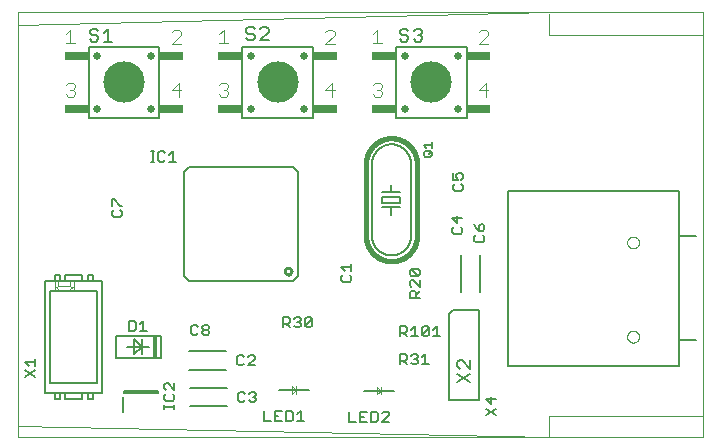
<source format=gto>
G75*
%MOIN*%
%OFA0B0*%
%FSLAX25Y25*%
%IPPOS*%
%LPD*%
%AMOC8*
5,1,8,0,0,1.08239X$1,22.5*
%
%ADD10C,0.00000*%
%ADD11C,0.00400*%
%ADD12C,0.00600*%
%ADD13C,0.00800*%
%ADD14C,0.01000*%
%ADD15C,0.00500*%
%ADD16R,0.01250X0.07500*%
%ADD17C,0.00300*%
%ADD18C,0.01600*%
%ADD19C,0.02520*%
%ADD20C,0.13773*%
%ADD21R,0.07874X0.02756*%
%ADD22C,0.00787*%
D10*
X0001200Y0026800D02*
X0001200Y0168532D01*
X0229546Y0168532D01*
X0229546Y0026800D01*
X0001200Y0026800D01*
X0022263Y0136052D02*
X0022263Y0136839D01*
X0021082Y0153769D02*
X0021082Y0153965D01*
X0072263Y0153769D02*
X0072263Y0153965D01*
X0073444Y0136839D02*
X0073444Y0136052D01*
X0123444Y0153769D02*
X0123444Y0153965D01*
X0124625Y0136839D02*
X0124625Y0136052D01*
X0204349Y0091564D02*
X0204351Y0091652D01*
X0204357Y0091740D01*
X0204367Y0091828D01*
X0204381Y0091916D01*
X0204398Y0092002D01*
X0204420Y0092088D01*
X0204445Y0092172D01*
X0204475Y0092256D01*
X0204507Y0092338D01*
X0204544Y0092418D01*
X0204584Y0092497D01*
X0204628Y0092574D01*
X0204675Y0092649D01*
X0204725Y0092721D01*
X0204779Y0092792D01*
X0204835Y0092859D01*
X0204895Y0092925D01*
X0204957Y0092987D01*
X0205023Y0093047D01*
X0205090Y0093103D01*
X0205161Y0093157D01*
X0205233Y0093207D01*
X0205308Y0093254D01*
X0205385Y0093298D01*
X0205464Y0093338D01*
X0205544Y0093375D01*
X0205626Y0093407D01*
X0205710Y0093437D01*
X0205794Y0093462D01*
X0205880Y0093484D01*
X0205966Y0093501D01*
X0206054Y0093515D01*
X0206142Y0093525D01*
X0206230Y0093531D01*
X0206318Y0093533D01*
X0206406Y0093531D01*
X0206494Y0093525D01*
X0206582Y0093515D01*
X0206670Y0093501D01*
X0206756Y0093484D01*
X0206842Y0093462D01*
X0206926Y0093437D01*
X0207010Y0093407D01*
X0207092Y0093375D01*
X0207172Y0093338D01*
X0207251Y0093298D01*
X0207328Y0093254D01*
X0207403Y0093207D01*
X0207475Y0093157D01*
X0207546Y0093103D01*
X0207613Y0093047D01*
X0207679Y0092987D01*
X0207741Y0092925D01*
X0207801Y0092859D01*
X0207857Y0092792D01*
X0207911Y0092721D01*
X0207961Y0092649D01*
X0208008Y0092574D01*
X0208052Y0092497D01*
X0208092Y0092418D01*
X0208129Y0092338D01*
X0208161Y0092256D01*
X0208191Y0092172D01*
X0208216Y0092088D01*
X0208238Y0092002D01*
X0208255Y0091916D01*
X0208269Y0091828D01*
X0208279Y0091740D01*
X0208285Y0091652D01*
X0208287Y0091564D01*
X0208285Y0091476D01*
X0208279Y0091388D01*
X0208269Y0091300D01*
X0208255Y0091212D01*
X0208238Y0091126D01*
X0208216Y0091040D01*
X0208191Y0090956D01*
X0208161Y0090872D01*
X0208129Y0090790D01*
X0208092Y0090710D01*
X0208052Y0090631D01*
X0208008Y0090554D01*
X0207961Y0090479D01*
X0207911Y0090407D01*
X0207857Y0090336D01*
X0207801Y0090269D01*
X0207741Y0090203D01*
X0207679Y0090141D01*
X0207613Y0090081D01*
X0207546Y0090025D01*
X0207475Y0089971D01*
X0207403Y0089921D01*
X0207328Y0089874D01*
X0207251Y0089830D01*
X0207172Y0089790D01*
X0207092Y0089753D01*
X0207010Y0089721D01*
X0206926Y0089691D01*
X0206842Y0089666D01*
X0206756Y0089644D01*
X0206670Y0089627D01*
X0206582Y0089613D01*
X0206494Y0089603D01*
X0206406Y0089597D01*
X0206318Y0089595D01*
X0206230Y0089597D01*
X0206142Y0089603D01*
X0206054Y0089613D01*
X0205966Y0089627D01*
X0205880Y0089644D01*
X0205794Y0089666D01*
X0205710Y0089691D01*
X0205626Y0089721D01*
X0205544Y0089753D01*
X0205464Y0089790D01*
X0205385Y0089830D01*
X0205308Y0089874D01*
X0205233Y0089921D01*
X0205161Y0089971D01*
X0205090Y0090025D01*
X0205023Y0090081D01*
X0204957Y0090141D01*
X0204895Y0090203D01*
X0204835Y0090269D01*
X0204779Y0090336D01*
X0204725Y0090407D01*
X0204675Y0090479D01*
X0204628Y0090554D01*
X0204584Y0090631D01*
X0204544Y0090710D01*
X0204507Y0090790D01*
X0204475Y0090872D01*
X0204445Y0090956D01*
X0204420Y0091040D01*
X0204398Y0091126D01*
X0204381Y0091212D01*
X0204367Y0091300D01*
X0204357Y0091388D01*
X0204351Y0091476D01*
X0204349Y0091564D01*
X0204349Y0060147D02*
X0204351Y0060235D01*
X0204357Y0060323D01*
X0204367Y0060411D01*
X0204381Y0060499D01*
X0204398Y0060585D01*
X0204420Y0060671D01*
X0204445Y0060755D01*
X0204475Y0060839D01*
X0204507Y0060921D01*
X0204544Y0061001D01*
X0204584Y0061080D01*
X0204628Y0061157D01*
X0204675Y0061232D01*
X0204725Y0061304D01*
X0204779Y0061375D01*
X0204835Y0061442D01*
X0204895Y0061508D01*
X0204957Y0061570D01*
X0205023Y0061630D01*
X0205090Y0061686D01*
X0205161Y0061740D01*
X0205233Y0061790D01*
X0205308Y0061837D01*
X0205385Y0061881D01*
X0205464Y0061921D01*
X0205544Y0061958D01*
X0205626Y0061990D01*
X0205710Y0062020D01*
X0205794Y0062045D01*
X0205880Y0062067D01*
X0205966Y0062084D01*
X0206054Y0062098D01*
X0206142Y0062108D01*
X0206230Y0062114D01*
X0206318Y0062116D01*
X0206406Y0062114D01*
X0206494Y0062108D01*
X0206582Y0062098D01*
X0206670Y0062084D01*
X0206756Y0062067D01*
X0206842Y0062045D01*
X0206926Y0062020D01*
X0207010Y0061990D01*
X0207092Y0061958D01*
X0207172Y0061921D01*
X0207251Y0061881D01*
X0207328Y0061837D01*
X0207403Y0061790D01*
X0207475Y0061740D01*
X0207546Y0061686D01*
X0207613Y0061630D01*
X0207679Y0061570D01*
X0207741Y0061508D01*
X0207801Y0061442D01*
X0207857Y0061375D01*
X0207911Y0061304D01*
X0207961Y0061232D01*
X0208008Y0061157D01*
X0208052Y0061080D01*
X0208092Y0061001D01*
X0208129Y0060921D01*
X0208161Y0060839D01*
X0208191Y0060755D01*
X0208216Y0060671D01*
X0208238Y0060585D01*
X0208255Y0060499D01*
X0208269Y0060411D01*
X0208279Y0060323D01*
X0208285Y0060235D01*
X0208287Y0060147D01*
X0208285Y0060059D01*
X0208279Y0059971D01*
X0208269Y0059883D01*
X0208255Y0059795D01*
X0208238Y0059709D01*
X0208216Y0059623D01*
X0208191Y0059539D01*
X0208161Y0059455D01*
X0208129Y0059373D01*
X0208092Y0059293D01*
X0208052Y0059214D01*
X0208008Y0059137D01*
X0207961Y0059062D01*
X0207911Y0058990D01*
X0207857Y0058919D01*
X0207801Y0058852D01*
X0207741Y0058786D01*
X0207679Y0058724D01*
X0207613Y0058664D01*
X0207546Y0058608D01*
X0207475Y0058554D01*
X0207403Y0058504D01*
X0207328Y0058457D01*
X0207251Y0058413D01*
X0207172Y0058373D01*
X0207092Y0058336D01*
X0207010Y0058304D01*
X0206926Y0058274D01*
X0206842Y0058249D01*
X0206756Y0058227D01*
X0206670Y0058210D01*
X0206582Y0058196D01*
X0206494Y0058186D01*
X0206406Y0058180D01*
X0206318Y0058178D01*
X0206230Y0058180D01*
X0206142Y0058186D01*
X0206054Y0058196D01*
X0205966Y0058210D01*
X0205880Y0058227D01*
X0205794Y0058249D01*
X0205710Y0058274D01*
X0205626Y0058304D01*
X0205544Y0058336D01*
X0205464Y0058373D01*
X0205385Y0058413D01*
X0205308Y0058457D01*
X0205233Y0058504D01*
X0205161Y0058554D01*
X0205090Y0058608D01*
X0205023Y0058664D01*
X0204957Y0058724D01*
X0204895Y0058786D01*
X0204835Y0058852D01*
X0204779Y0058919D01*
X0204725Y0058990D01*
X0204675Y0059062D01*
X0204628Y0059137D01*
X0204584Y0059214D01*
X0204544Y0059293D01*
X0204507Y0059373D01*
X0204475Y0059455D01*
X0204445Y0059539D01*
X0204420Y0059623D01*
X0204398Y0059709D01*
X0204381Y0059795D01*
X0204367Y0059883D01*
X0204357Y0059971D01*
X0204351Y0060059D01*
X0204349Y0060147D01*
D11*
X0229546Y0033690D02*
X0178365Y0033690D01*
X0178365Y0026800D01*
X0001200Y0030343D01*
X0001200Y0030300D02*
X0001200Y0164300D01*
X0001200Y0164202D02*
X0178365Y0168532D01*
X0178365Y0167745D02*
X0178365Y0160855D01*
X0229546Y0160855D01*
X0229546Y0160658D02*
X0229546Y0033690D01*
X0157245Y0140189D02*
X0157245Y0144793D01*
X0154943Y0142491D01*
X0158013Y0142491D01*
X0158013Y0157709D02*
X0154943Y0157709D01*
X0158013Y0160778D01*
X0158013Y0161545D01*
X0157245Y0162313D01*
X0155711Y0162313D01*
X0154943Y0161545D01*
X0122580Y0157906D02*
X0119510Y0157906D01*
X0121045Y0157906D02*
X0121045Y0162510D01*
X0119510Y0160975D01*
X0106831Y0160778D02*
X0106831Y0161545D01*
X0106064Y0162313D01*
X0104530Y0162313D01*
X0103762Y0161545D01*
X0106831Y0160778D02*
X0103762Y0157709D01*
X0106831Y0157709D01*
X0106064Y0144793D02*
X0103762Y0142491D01*
X0106831Y0142491D01*
X0106064Y0140189D02*
X0106064Y0144793D01*
X0119510Y0144026D02*
X0120278Y0144793D01*
X0121812Y0144793D01*
X0122580Y0144026D01*
X0122580Y0143258D01*
X0121812Y0142491D01*
X0122580Y0141724D01*
X0122580Y0140956D01*
X0121812Y0140189D01*
X0120278Y0140189D01*
X0119510Y0140956D01*
X0121045Y0142491D02*
X0121812Y0142491D01*
X0071398Y0141724D02*
X0071398Y0140956D01*
X0070631Y0140189D01*
X0069096Y0140189D01*
X0068329Y0140956D01*
X0069864Y0142491D02*
X0070631Y0142491D01*
X0071398Y0141724D01*
X0070631Y0142491D02*
X0071398Y0143258D01*
X0071398Y0144026D01*
X0070631Y0144793D01*
X0069096Y0144793D01*
X0068329Y0144026D01*
X0055650Y0142491D02*
X0052581Y0142491D01*
X0054883Y0144793D01*
X0054883Y0140189D01*
X0055650Y0157709D02*
X0052581Y0157709D01*
X0055650Y0160778D01*
X0055650Y0161545D01*
X0054883Y0162313D01*
X0053348Y0162313D01*
X0052581Y0161545D01*
X0068329Y0160975D02*
X0069864Y0162510D01*
X0069864Y0157906D01*
X0071398Y0157906D02*
X0068329Y0157906D01*
X0020217Y0157906D02*
X0017148Y0157906D01*
X0018683Y0157906D02*
X0018683Y0162510D01*
X0017148Y0160975D01*
X0017915Y0144793D02*
X0019450Y0144793D01*
X0020217Y0144026D01*
X0020217Y0143258D01*
X0019450Y0142491D01*
X0020217Y0141724D01*
X0020217Y0140956D01*
X0019450Y0140189D01*
X0017915Y0140189D01*
X0017148Y0140956D01*
X0018683Y0142491D02*
X0019450Y0142491D01*
X0017148Y0144026D02*
X0017915Y0144793D01*
X0018669Y0078288D02*
X0018669Y0077107D01*
X0019062Y0076713D01*
X0018669Y0077107D02*
X0014731Y0077107D01*
X0014731Y0078288D01*
X0013550Y0078288D02*
X0013550Y0077107D01*
X0014731Y0075926D01*
X0014338Y0076713D02*
X0014731Y0077107D01*
X0013550Y0077107D02*
X0013550Y0075926D01*
X0018669Y0075926D02*
X0019850Y0077107D01*
X0019850Y0075926D01*
X0019850Y0077107D02*
X0019850Y0078288D01*
D12*
X0038275Y0065440D02*
X0039977Y0065440D01*
X0040544Y0064873D01*
X0040544Y0062604D01*
X0039977Y0062037D01*
X0038275Y0062037D01*
X0038275Y0065440D01*
X0041959Y0064306D02*
X0043093Y0065440D01*
X0043093Y0062037D01*
X0041959Y0062037D02*
X0044227Y0062037D01*
X0059071Y0061222D02*
X0059638Y0060655D01*
X0060772Y0060655D01*
X0061339Y0061222D01*
X0062754Y0061222D02*
X0062754Y0061790D01*
X0063321Y0062357D01*
X0064455Y0062357D01*
X0065022Y0061790D01*
X0065022Y0061222D01*
X0064455Y0060655D01*
X0063321Y0060655D01*
X0062754Y0061222D01*
X0063321Y0062357D02*
X0062754Y0062924D01*
X0062754Y0063491D01*
X0063321Y0064058D01*
X0064455Y0064058D01*
X0065022Y0063491D01*
X0065022Y0062924D01*
X0064455Y0062357D01*
X0061339Y0063491D02*
X0060772Y0064058D01*
X0059638Y0064058D01*
X0059071Y0063491D01*
X0059071Y0061222D01*
X0074394Y0053436D02*
X0074394Y0051167D01*
X0074961Y0050600D01*
X0076095Y0050600D01*
X0076662Y0051167D01*
X0078077Y0050600D02*
X0080345Y0052869D01*
X0080345Y0053436D01*
X0079778Y0054003D01*
X0078644Y0054003D01*
X0078077Y0053436D01*
X0076662Y0053436D02*
X0076095Y0054003D01*
X0074961Y0054003D01*
X0074394Y0053436D01*
X0078077Y0050600D02*
X0080345Y0050600D01*
X0080089Y0041755D02*
X0080656Y0041188D01*
X0080656Y0040621D01*
X0080089Y0040054D01*
X0080656Y0039486D01*
X0080656Y0038919D01*
X0080089Y0038352D01*
X0078955Y0038352D01*
X0078388Y0038919D01*
X0076973Y0038919D02*
X0076406Y0038352D01*
X0075272Y0038352D01*
X0074705Y0038919D01*
X0074705Y0041188D01*
X0075272Y0041755D01*
X0076406Y0041755D01*
X0076973Y0041188D01*
X0078388Y0041188D02*
X0078955Y0041755D01*
X0080089Y0041755D01*
X0080089Y0040054D02*
X0079522Y0040054D01*
X0083263Y0035363D02*
X0083263Y0031960D01*
X0085532Y0031960D01*
X0086947Y0031960D02*
X0089215Y0031960D01*
X0090630Y0031960D02*
X0092331Y0031960D01*
X0092898Y0032527D01*
X0092898Y0034796D01*
X0092331Y0035363D01*
X0090630Y0035363D01*
X0090630Y0031960D01*
X0088081Y0033662D02*
X0086947Y0033662D01*
X0086947Y0035363D02*
X0086947Y0031960D01*
X0086947Y0035363D02*
X0089215Y0035363D01*
X0094313Y0034229D02*
X0095447Y0035363D01*
X0095447Y0031960D01*
X0094313Y0031960D02*
X0096582Y0031960D01*
X0111708Y0031740D02*
X0113977Y0031740D01*
X0115391Y0031740D02*
X0117660Y0031740D01*
X0119075Y0031740D02*
X0120776Y0031740D01*
X0121343Y0032307D01*
X0121343Y0034576D01*
X0120776Y0035143D01*
X0119075Y0035143D01*
X0119075Y0031740D01*
X0116526Y0033441D02*
X0115391Y0033441D01*
X0115391Y0031740D02*
X0115391Y0035143D01*
X0117660Y0035143D01*
X0122758Y0034576D02*
X0123325Y0035143D01*
X0124459Y0035143D01*
X0125026Y0034576D01*
X0125026Y0034008D01*
X0122758Y0031740D01*
X0125026Y0031740D01*
X0111708Y0031740D02*
X0111708Y0035143D01*
X0128600Y0050970D02*
X0128600Y0054373D01*
X0130302Y0054373D01*
X0130869Y0053806D01*
X0130869Y0052672D01*
X0130302Y0052104D01*
X0128600Y0052104D01*
X0129734Y0052104D02*
X0130869Y0050970D01*
X0132283Y0051537D02*
X0132850Y0050970D01*
X0133985Y0050970D01*
X0134552Y0051537D01*
X0134552Y0052104D01*
X0133985Y0052672D01*
X0133418Y0052672D01*
X0133985Y0052672D02*
X0134552Y0053239D01*
X0134552Y0053806D01*
X0133985Y0054373D01*
X0132850Y0054373D01*
X0132283Y0053806D01*
X0135966Y0053239D02*
X0137101Y0054373D01*
X0137101Y0050970D01*
X0138235Y0050970D02*
X0135966Y0050970D01*
X0136571Y0060230D02*
X0136004Y0060797D01*
X0138273Y0063066D01*
X0138273Y0060797D01*
X0137706Y0060230D01*
X0136571Y0060230D01*
X0136004Y0060797D02*
X0136004Y0063066D01*
X0136571Y0063633D01*
X0137706Y0063633D01*
X0138273Y0063066D01*
X0139687Y0062499D02*
X0140822Y0063633D01*
X0140822Y0060230D01*
X0141956Y0060230D02*
X0139687Y0060230D01*
X0134590Y0060230D02*
X0132321Y0060230D01*
X0133455Y0060230D02*
X0133455Y0063633D01*
X0132321Y0062499D01*
X0130906Y0063066D02*
X0130906Y0061931D01*
X0130339Y0061364D01*
X0128638Y0061364D01*
X0128638Y0060230D02*
X0128638Y0063633D01*
X0130339Y0063633D01*
X0130906Y0063066D01*
X0129772Y0061364D02*
X0130906Y0060230D01*
X0131808Y0073029D02*
X0131808Y0074731D01*
X0132375Y0075298D01*
X0133510Y0075298D01*
X0134077Y0074731D01*
X0134077Y0073029D01*
X0135211Y0073029D02*
X0131808Y0073029D01*
X0134077Y0074164D02*
X0135211Y0075298D01*
X0135211Y0076712D02*
X0132942Y0078981D01*
X0132375Y0078981D01*
X0131808Y0078414D01*
X0131808Y0077280D01*
X0132375Y0076712D01*
X0135211Y0076712D02*
X0135211Y0078981D01*
X0134644Y0080396D02*
X0132375Y0080396D01*
X0131808Y0080963D01*
X0131808Y0082097D01*
X0132375Y0082664D01*
X0134644Y0080396D01*
X0135211Y0080963D01*
X0135211Y0082097D01*
X0134644Y0082664D01*
X0132375Y0082664D01*
X0132267Y0093800D02*
X0132267Y0117800D01*
X0132265Y0117960D01*
X0132259Y0118119D01*
X0132249Y0118278D01*
X0132236Y0118437D01*
X0132218Y0118596D01*
X0132197Y0118754D01*
X0132171Y0118911D01*
X0132142Y0119068D01*
X0132109Y0119224D01*
X0132072Y0119379D01*
X0132032Y0119534D01*
X0131987Y0119687D01*
X0131939Y0119839D01*
X0131887Y0119990D01*
X0131831Y0120139D01*
X0131772Y0120287D01*
X0131709Y0120434D01*
X0131643Y0120579D01*
X0131573Y0120722D01*
X0131499Y0120864D01*
X0131423Y0121004D01*
X0131342Y0121142D01*
X0131259Y0121277D01*
X0131172Y0121411D01*
X0131081Y0121543D01*
X0130988Y0121672D01*
X0130891Y0121799D01*
X0130792Y0121924D01*
X0130689Y0122046D01*
X0130583Y0122165D01*
X0130475Y0122282D01*
X0130363Y0122396D01*
X0130249Y0122508D01*
X0130132Y0122616D01*
X0130013Y0122722D01*
X0129891Y0122825D01*
X0129766Y0122924D01*
X0129639Y0123021D01*
X0129510Y0123114D01*
X0129378Y0123205D01*
X0129244Y0123292D01*
X0129109Y0123375D01*
X0128971Y0123456D01*
X0128831Y0123532D01*
X0128689Y0123606D01*
X0128546Y0123676D01*
X0128401Y0123742D01*
X0128254Y0123805D01*
X0128106Y0123864D01*
X0127957Y0123920D01*
X0127806Y0123972D01*
X0127654Y0124020D01*
X0127501Y0124065D01*
X0127346Y0124105D01*
X0127191Y0124142D01*
X0127035Y0124175D01*
X0126878Y0124204D01*
X0126721Y0124230D01*
X0126563Y0124251D01*
X0126404Y0124269D01*
X0126245Y0124282D01*
X0126086Y0124292D01*
X0125927Y0124298D01*
X0125767Y0124300D01*
X0125607Y0124298D01*
X0125448Y0124292D01*
X0125289Y0124282D01*
X0125130Y0124269D01*
X0124971Y0124251D01*
X0124813Y0124230D01*
X0124656Y0124204D01*
X0124499Y0124175D01*
X0124343Y0124142D01*
X0124188Y0124105D01*
X0124033Y0124065D01*
X0123880Y0124020D01*
X0123728Y0123972D01*
X0123577Y0123920D01*
X0123428Y0123864D01*
X0123280Y0123805D01*
X0123133Y0123742D01*
X0122988Y0123676D01*
X0122845Y0123606D01*
X0122703Y0123532D01*
X0122563Y0123456D01*
X0122425Y0123375D01*
X0122290Y0123292D01*
X0122156Y0123205D01*
X0122024Y0123114D01*
X0121895Y0123021D01*
X0121768Y0122924D01*
X0121643Y0122825D01*
X0121521Y0122722D01*
X0121402Y0122616D01*
X0121285Y0122508D01*
X0121171Y0122396D01*
X0121059Y0122282D01*
X0120951Y0122165D01*
X0120845Y0122046D01*
X0120742Y0121924D01*
X0120643Y0121799D01*
X0120546Y0121672D01*
X0120453Y0121543D01*
X0120362Y0121411D01*
X0120275Y0121277D01*
X0120192Y0121142D01*
X0120111Y0121004D01*
X0120035Y0120864D01*
X0119961Y0120722D01*
X0119891Y0120579D01*
X0119825Y0120434D01*
X0119762Y0120287D01*
X0119703Y0120139D01*
X0119647Y0119990D01*
X0119595Y0119839D01*
X0119547Y0119687D01*
X0119502Y0119534D01*
X0119462Y0119379D01*
X0119425Y0119224D01*
X0119392Y0119068D01*
X0119363Y0118911D01*
X0119337Y0118754D01*
X0119316Y0118596D01*
X0119298Y0118437D01*
X0119285Y0118278D01*
X0119275Y0118119D01*
X0119269Y0117960D01*
X0119267Y0117800D01*
X0119267Y0093800D01*
X0119269Y0093640D01*
X0119275Y0093481D01*
X0119285Y0093322D01*
X0119298Y0093163D01*
X0119316Y0093004D01*
X0119337Y0092846D01*
X0119363Y0092689D01*
X0119392Y0092532D01*
X0119425Y0092376D01*
X0119462Y0092221D01*
X0119502Y0092066D01*
X0119547Y0091913D01*
X0119595Y0091761D01*
X0119647Y0091610D01*
X0119703Y0091461D01*
X0119762Y0091313D01*
X0119825Y0091166D01*
X0119891Y0091021D01*
X0119961Y0090878D01*
X0120035Y0090736D01*
X0120111Y0090596D01*
X0120192Y0090458D01*
X0120275Y0090323D01*
X0120362Y0090189D01*
X0120453Y0090057D01*
X0120546Y0089928D01*
X0120643Y0089801D01*
X0120742Y0089676D01*
X0120845Y0089554D01*
X0120951Y0089435D01*
X0121059Y0089318D01*
X0121171Y0089204D01*
X0121285Y0089092D01*
X0121402Y0088984D01*
X0121521Y0088878D01*
X0121643Y0088775D01*
X0121768Y0088676D01*
X0121895Y0088579D01*
X0122024Y0088486D01*
X0122156Y0088395D01*
X0122290Y0088308D01*
X0122425Y0088225D01*
X0122563Y0088144D01*
X0122703Y0088068D01*
X0122845Y0087994D01*
X0122988Y0087924D01*
X0123133Y0087858D01*
X0123280Y0087795D01*
X0123428Y0087736D01*
X0123577Y0087680D01*
X0123728Y0087628D01*
X0123880Y0087580D01*
X0124033Y0087535D01*
X0124188Y0087495D01*
X0124343Y0087458D01*
X0124499Y0087425D01*
X0124656Y0087396D01*
X0124813Y0087370D01*
X0124971Y0087349D01*
X0125130Y0087331D01*
X0125289Y0087318D01*
X0125448Y0087308D01*
X0125607Y0087302D01*
X0125767Y0087300D01*
X0125927Y0087302D01*
X0126086Y0087308D01*
X0126245Y0087318D01*
X0126404Y0087331D01*
X0126563Y0087349D01*
X0126721Y0087370D01*
X0126878Y0087396D01*
X0127035Y0087425D01*
X0127191Y0087458D01*
X0127346Y0087495D01*
X0127501Y0087535D01*
X0127654Y0087580D01*
X0127806Y0087628D01*
X0127957Y0087680D01*
X0128106Y0087736D01*
X0128254Y0087795D01*
X0128401Y0087858D01*
X0128546Y0087924D01*
X0128689Y0087994D01*
X0128831Y0088068D01*
X0128971Y0088144D01*
X0129109Y0088225D01*
X0129244Y0088308D01*
X0129378Y0088395D01*
X0129510Y0088486D01*
X0129639Y0088579D01*
X0129766Y0088676D01*
X0129891Y0088775D01*
X0130013Y0088878D01*
X0130132Y0088984D01*
X0130249Y0089092D01*
X0130363Y0089204D01*
X0130475Y0089318D01*
X0130583Y0089435D01*
X0130689Y0089554D01*
X0130792Y0089676D01*
X0130891Y0089801D01*
X0130988Y0089928D01*
X0131081Y0090057D01*
X0131172Y0090189D01*
X0131259Y0090323D01*
X0131342Y0090458D01*
X0131423Y0090596D01*
X0131499Y0090736D01*
X0131573Y0090878D01*
X0131643Y0091021D01*
X0131709Y0091166D01*
X0131772Y0091313D01*
X0131831Y0091461D01*
X0131887Y0091610D01*
X0131939Y0091761D01*
X0131987Y0091913D01*
X0132032Y0092066D01*
X0132072Y0092221D01*
X0132109Y0092376D01*
X0132142Y0092532D01*
X0132171Y0092689D01*
X0132197Y0092846D01*
X0132218Y0093004D01*
X0132236Y0093163D01*
X0132249Y0093322D01*
X0132259Y0093481D01*
X0132265Y0093640D01*
X0132267Y0093800D01*
X0125767Y0100800D02*
X0125767Y0103300D01*
X0122767Y0103300D01*
X0122767Y0104800D02*
X0122767Y0106800D01*
X0128767Y0106800D01*
X0128767Y0104800D01*
X0122767Y0104800D01*
X0125767Y0103300D02*
X0128767Y0103300D01*
X0128767Y0108300D02*
X0125767Y0108300D01*
X0125767Y0110800D01*
X0125767Y0108300D02*
X0122767Y0108300D01*
X0146222Y0109293D02*
X0146789Y0108726D01*
X0149057Y0108726D01*
X0149624Y0109293D01*
X0149624Y0110427D01*
X0149057Y0110995D01*
X0149057Y0112409D02*
X0149624Y0112976D01*
X0149624Y0114111D01*
X0149057Y0114678D01*
X0147923Y0114678D01*
X0147356Y0114111D01*
X0147356Y0113543D01*
X0147923Y0112409D01*
X0146222Y0112409D01*
X0146222Y0114678D01*
X0146789Y0110995D02*
X0146222Y0110427D01*
X0146222Y0109293D01*
X0147679Y0100426D02*
X0147679Y0098157D01*
X0145977Y0099859D01*
X0149380Y0099859D01*
X0153292Y0097595D02*
X0153860Y0096461D01*
X0154994Y0095326D01*
X0154994Y0097028D01*
X0155561Y0097595D01*
X0156128Y0097595D01*
X0156695Y0097028D01*
X0156695Y0095894D01*
X0156128Y0095326D01*
X0154994Y0095326D01*
X0156128Y0093912D02*
X0156695Y0093345D01*
X0156695Y0092210D01*
X0156128Y0091643D01*
X0153860Y0091643D01*
X0153292Y0092210D01*
X0153292Y0093345D01*
X0153860Y0093912D01*
X0149380Y0095041D02*
X0149380Y0096176D01*
X0148813Y0096743D01*
X0149380Y0095041D02*
X0148813Y0094474D01*
X0146545Y0094474D01*
X0145977Y0095041D01*
X0145977Y0096176D01*
X0146545Y0096743D01*
X0112404Y0084371D02*
X0112404Y0082102D01*
X0112404Y0083236D02*
X0109001Y0083236D01*
X0110135Y0082102D01*
X0109568Y0080687D02*
X0109001Y0080120D01*
X0109001Y0078986D01*
X0109568Y0078419D01*
X0111837Y0078419D01*
X0112404Y0078986D01*
X0112404Y0080120D01*
X0111837Y0080687D01*
X0098680Y0066684D02*
X0097545Y0066684D01*
X0096978Y0066117D01*
X0096978Y0063848D01*
X0099247Y0066117D01*
X0099247Y0063848D01*
X0098680Y0063281D01*
X0097545Y0063281D01*
X0096978Y0063848D01*
X0095564Y0063848D02*
X0094997Y0063281D01*
X0093862Y0063281D01*
X0093295Y0063848D01*
X0091881Y0063281D02*
X0090746Y0064416D01*
X0091313Y0064416D02*
X0089612Y0064416D01*
X0089612Y0063281D02*
X0089612Y0066684D01*
X0091313Y0066684D01*
X0091881Y0066117D01*
X0091881Y0064983D01*
X0091313Y0064416D01*
X0093295Y0066117D02*
X0093862Y0066684D01*
X0094997Y0066684D01*
X0095564Y0066117D01*
X0095564Y0065550D01*
X0094997Y0064983D01*
X0095564Y0064416D01*
X0095564Y0063848D01*
X0094997Y0064983D02*
X0094429Y0064983D01*
X0098680Y0066684D02*
X0099247Y0066117D01*
X0053400Y0044596D02*
X0053400Y0042328D01*
X0051131Y0044596D01*
X0050564Y0044596D01*
X0049997Y0044029D01*
X0049997Y0042895D01*
X0050564Y0042328D01*
X0050564Y0040913D02*
X0049997Y0040346D01*
X0049997Y0039212D01*
X0050564Y0038645D01*
X0052833Y0038645D01*
X0053400Y0039212D01*
X0053400Y0040346D01*
X0052833Y0040913D01*
X0053400Y0037324D02*
X0053400Y0036189D01*
X0053400Y0036756D02*
X0049997Y0036756D01*
X0049997Y0036189D02*
X0049997Y0037324D01*
X0007050Y0046860D02*
X0003647Y0049129D01*
X0004781Y0050543D02*
X0003647Y0051677D01*
X0007050Y0051677D01*
X0007050Y0050543D02*
X0007050Y0052812D01*
X0007050Y0049129D02*
X0003647Y0046860D01*
X0033119Y0100163D02*
X0035388Y0100163D01*
X0035955Y0100730D01*
X0035955Y0101865D01*
X0035388Y0102432D01*
X0035388Y0103846D02*
X0035955Y0103846D01*
X0035388Y0103846D02*
X0033119Y0106115D01*
X0032552Y0106115D01*
X0032552Y0103846D01*
X0033119Y0102432D02*
X0032552Y0101865D01*
X0032552Y0100730D01*
X0033119Y0100163D01*
X0045568Y0118537D02*
X0046702Y0118537D01*
X0046135Y0118537D02*
X0046135Y0121940D01*
X0045568Y0121940D02*
X0046702Y0121940D01*
X0048023Y0121373D02*
X0048023Y0119104D01*
X0048591Y0118537D01*
X0049725Y0118537D01*
X0050292Y0119104D01*
X0051707Y0118537D02*
X0053975Y0118537D01*
X0052841Y0118537D02*
X0052841Y0121940D01*
X0051707Y0120806D01*
X0050292Y0121373D02*
X0049725Y0121940D01*
X0048591Y0121940D01*
X0048023Y0121373D01*
X0157245Y0039311D02*
X0158947Y0037610D01*
X0158947Y0039878D01*
X0160648Y0039311D02*
X0157245Y0039311D01*
X0157245Y0036195D02*
X0160648Y0033927D01*
X0160648Y0036195D02*
X0157245Y0033927D01*
D13*
X0151981Y0044917D02*
X0147778Y0047719D01*
X0148478Y0049521D02*
X0147778Y0050221D01*
X0147778Y0051622D01*
X0148478Y0052323D01*
X0149179Y0052323D01*
X0151981Y0049521D01*
X0151981Y0052323D01*
X0151981Y0047719D02*
X0147778Y0044917D01*
X0148854Y0075166D02*
X0148854Y0087253D01*
X0155137Y0087253D02*
X0155137Y0075166D01*
X0094487Y0080414D02*
X0092913Y0078839D01*
X0058267Y0078839D01*
X0056692Y0080414D01*
X0056692Y0115060D01*
X0058267Y0116635D01*
X0092913Y0116635D01*
X0094487Y0115060D01*
X0094487Y0080414D01*
X0070503Y0055442D02*
X0058417Y0055442D01*
X0058417Y0049158D02*
X0070503Y0049158D01*
X0070814Y0043194D02*
X0058728Y0043194D01*
X0058728Y0036910D02*
X0070814Y0036910D01*
X0029298Y0041438D02*
X0029298Y0078682D01*
X0010401Y0078682D01*
X0010401Y0041438D01*
X0029298Y0041438D01*
X0026149Y0041044D02*
X0026149Y0039469D01*
X0024574Y0039469D01*
X0024574Y0041044D01*
X0022606Y0041044D02*
X0022606Y0039469D01*
X0017094Y0039469D01*
X0017094Y0041044D01*
X0015125Y0041044D02*
X0015125Y0039469D01*
X0013550Y0039469D01*
X0013550Y0041044D01*
X0011976Y0044587D02*
X0011976Y0075532D01*
X0027724Y0075532D01*
X0027724Y0044587D01*
X0011976Y0044587D01*
X0013550Y0079076D02*
X0013550Y0080650D01*
X0015125Y0080650D01*
X0015125Y0079076D01*
X0017094Y0079076D02*
X0017094Y0080650D01*
X0022606Y0080650D01*
X0022606Y0079076D01*
X0024574Y0079076D02*
X0024574Y0080650D01*
X0026149Y0080650D01*
X0026149Y0079076D01*
X0025923Y0158543D02*
X0025222Y0159243D01*
X0025923Y0158543D02*
X0027324Y0158543D01*
X0028024Y0159243D01*
X0028024Y0159944D01*
X0027324Y0160644D01*
X0025923Y0160644D01*
X0025222Y0161345D01*
X0025222Y0162046D01*
X0025923Y0162746D01*
X0027324Y0162746D01*
X0028024Y0162046D01*
X0029826Y0161345D02*
X0031227Y0162746D01*
X0031227Y0158543D01*
X0029826Y0158543D02*
X0032628Y0158543D01*
X0077403Y0159743D02*
X0078104Y0159043D01*
X0079505Y0159043D01*
X0080206Y0159743D01*
X0080206Y0160444D01*
X0079505Y0161144D01*
X0078104Y0161144D01*
X0077403Y0161845D01*
X0077403Y0162546D01*
X0078104Y0163246D01*
X0079505Y0163246D01*
X0080206Y0162546D01*
X0082007Y0162546D02*
X0082708Y0163246D01*
X0084109Y0163246D01*
X0084809Y0162546D01*
X0084809Y0161845D01*
X0082007Y0159043D01*
X0084809Y0159043D01*
X0128584Y0159243D02*
X0129285Y0158543D01*
X0130686Y0158543D01*
X0131387Y0159243D01*
X0131387Y0159944D01*
X0130686Y0160644D01*
X0129285Y0160644D01*
X0128584Y0161345D01*
X0128584Y0162046D01*
X0129285Y0162746D01*
X0130686Y0162746D01*
X0131387Y0162046D01*
X0133188Y0162046D02*
X0133889Y0162746D01*
X0135290Y0162746D01*
X0135991Y0162046D01*
X0135991Y0161345D01*
X0135290Y0160644D01*
X0135991Y0159944D01*
X0135991Y0159243D01*
X0135290Y0158543D01*
X0133889Y0158543D01*
X0133188Y0159243D01*
X0134589Y0160644D02*
X0135290Y0160644D01*
D14*
X0090225Y0081989D02*
X0090227Y0082056D01*
X0090233Y0082122D01*
X0090243Y0082188D01*
X0090257Y0082253D01*
X0090274Y0082317D01*
X0090296Y0082380D01*
X0090321Y0082442D01*
X0090350Y0082502D01*
X0090383Y0082560D01*
X0090418Y0082616D01*
X0090458Y0082670D01*
X0090500Y0082721D01*
X0090545Y0082770D01*
X0090593Y0082816D01*
X0090644Y0082859D01*
X0090697Y0082899D01*
X0090753Y0082936D01*
X0090811Y0082969D01*
X0090870Y0082999D01*
X0090931Y0083025D01*
X0090994Y0083048D01*
X0091058Y0083066D01*
X0091123Y0083081D01*
X0091189Y0083092D01*
X0091255Y0083099D01*
X0091321Y0083102D01*
X0091388Y0083101D01*
X0091454Y0083096D01*
X0091520Y0083087D01*
X0091586Y0083074D01*
X0091650Y0083057D01*
X0091713Y0083037D01*
X0091775Y0083012D01*
X0091836Y0082984D01*
X0091895Y0082953D01*
X0091951Y0082918D01*
X0092006Y0082880D01*
X0092058Y0082838D01*
X0092107Y0082793D01*
X0092154Y0082746D01*
X0092198Y0082696D01*
X0092238Y0082643D01*
X0092276Y0082588D01*
X0092310Y0082531D01*
X0092341Y0082472D01*
X0092368Y0082411D01*
X0092391Y0082349D01*
X0092411Y0082285D01*
X0092427Y0082220D01*
X0092439Y0082155D01*
X0092447Y0082089D01*
X0092451Y0082022D01*
X0092451Y0081956D01*
X0092447Y0081889D01*
X0092439Y0081823D01*
X0092427Y0081758D01*
X0092411Y0081693D01*
X0092391Y0081629D01*
X0092368Y0081567D01*
X0092341Y0081506D01*
X0092310Y0081447D01*
X0092276Y0081390D01*
X0092238Y0081335D01*
X0092198Y0081282D01*
X0092154Y0081232D01*
X0092107Y0081185D01*
X0092058Y0081140D01*
X0092006Y0081098D01*
X0091951Y0081060D01*
X0091894Y0081025D01*
X0091836Y0080994D01*
X0091775Y0080966D01*
X0091713Y0080941D01*
X0091650Y0080921D01*
X0091586Y0080904D01*
X0091520Y0080891D01*
X0091454Y0080882D01*
X0091388Y0080877D01*
X0091321Y0080876D01*
X0091255Y0080879D01*
X0091189Y0080886D01*
X0091123Y0080897D01*
X0091058Y0080912D01*
X0090994Y0080930D01*
X0090931Y0080953D01*
X0090870Y0080979D01*
X0090811Y0081009D01*
X0090753Y0081042D01*
X0090697Y0081079D01*
X0090644Y0081119D01*
X0090593Y0081162D01*
X0090545Y0081208D01*
X0090500Y0081257D01*
X0090458Y0081308D01*
X0090418Y0081362D01*
X0090383Y0081418D01*
X0090350Y0081476D01*
X0090321Y0081536D01*
X0090296Y0081598D01*
X0090274Y0081661D01*
X0090257Y0081725D01*
X0090243Y0081790D01*
X0090233Y0081856D01*
X0090227Y0081922D01*
X0090225Y0081989D01*
D15*
X0048842Y0060487D02*
X0048842Y0052987D01*
X0033842Y0052987D01*
X0033842Y0060487D01*
X0048842Y0060487D01*
X0045092Y0056737D02*
X0042592Y0056737D01*
X0040092Y0059237D01*
X0040092Y0054237D01*
X0042592Y0056737D01*
X0042592Y0059237D01*
X0042592Y0056737D02*
X0042592Y0054237D01*
X0042592Y0056737D02*
X0037592Y0056737D01*
X0088196Y0042410D02*
X0098196Y0042410D01*
X0116641Y0042190D02*
X0126641Y0042190D01*
X0144948Y0038993D02*
X0144948Y0067743D01*
X0146198Y0068993D01*
X0154948Y0068993D01*
X0154948Y0038993D01*
X0144948Y0038993D01*
X0164586Y0050422D02*
X0221672Y0050422D01*
X0221672Y0059123D01*
X0227184Y0059123D01*
X0221672Y0059123D02*
X0221672Y0093769D01*
X0227184Y0093769D01*
X0221672Y0093769D02*
X0221672Y0108690D01*
X0164586Y0108690D01*
X0164586Y0050422D01*
X0138767Y0120157D02*
X0139217Y0120607D01*
X0139217Y0121508D01*
X0138767Y0121959D01*
X0136965Y0121959D01*
X0136515Y0121508D01*
X0136515Y0120607D01*
X0136965Y0120157D01*
X0138767Y0120157D01*
X0138316Y0121058D02*
X0139217Y0121959D01*
X0139217Y0123104D02*
X0139217Y0124905D01*
X0139217Y0124004D02*
X0136515Y0124004D01*
X0137415Y0123104D01*
X0127184Y0133099D02*
X0127184Y0156721D01*
X0150806Y0156721D01*
X0150806Y0133099D01*
X0127184Y0133099D01*
X0099625Y0133099D02*
X0076003Y0133099D01*
X0076003Y0156721D01*
X0099625Y0156721D01*
X0099625Y0133099D01*
X0048444Y0133099D02*
X0024822Y0133099D01*
X0024822Y0156721D01*
X0048444Y0156721D01*
X0048444Y0133099D01*
D16*
X0046967Y0056737D03*
D17*
X0092571Y0043660D02*
X0092571Y0041160D01*
X0093821Y0042410D01*
X0092571Y0043660D01*
X0093821Y0043660D02*
X0093821Y0042410D01*
X0093821Y0041160D01*
X0121016Y0040940D02*
X0121016Y0043440D01*
X0122266Y0042190D01*
X0121016Y0040940D01*
X0122266Y0040940D02*
X0122266Y0042190D01*
X0122266Y0043440D01*
D18*
X0117267Y0093800D02*
X0117270Y0093593D01*
X0117277Y0093386D01*
X0117290Y0093180D01*
X0117307Y0092973D01*
X0117330Y0092768D01*
X0117358Y0092562D01*
X0117390Y0092358D01*
X0117428Y0092154D01*
X0117470Y0091952D01*
X0117518Y0091750D01*
X0117570Y0091550D01*
X0117627Y0091351D01*
X0117689Y0091154D01*
X0117756Y0090958D01*
X0117828Y0090764D01*
X0117904Y0090571D01*
X0117985Y0090381D01*
X0118071Y0090192D01*
X0118161Y0090006D01*
X0118255Y0089822D01*
X0118355Y0089640D01*
X0118458Y0089461D01*
X0118566Y0089284D01*
X0118678Y0089110D01*
X0118794Y0088939D01*
X0118915Y0088770D01*
X0119039Y0088605D01*
X0119168Y0088443D01*
X0119300Y0088284D01*
X0119436Y0088128D01*
X0119576Y0087975D01*
X0119720Y0087826D01*
X0119867Y0087681D01*
X0120018Y0087539D01*
X0120172Y0087401D01*
X0120330Y0087266D01*
X0120490Y0087136D01*
X0120654Y0087010D01*
X0120821Y0086887D01*
X0120991Y0086769D01*
X0121164Y0086654D01*
X0121339Y0086544D01*
X0121517Y0086439D01*
X0121698Y0086337D01*
X0121880Y0086241D01*
X0122066Y0086148D01*
X0122253Y0086060D01*
X0122443Y0085977D01*
X0122634Y0085898D01*
X0122827Y0085824D01*
X0123023Y0085755D01*
X0123219Y0085691D01*
X0123417Y0085631D01*
X0123617Y0085576D01*
X0123818Y0085526D01*
X0124020Y0085481D01*
X0124223Y0085441D01*
X0124427Y0085406D01*
X0124632Y0085376D01*
X0124837Y0085351D01*
X0125043Y0085331D01*
X0125250Y0085316D01*
X0125457Y0085306D01*
X0125664Y0085301D01*
X0125870Y0085301D01*
X0126077Y0085306D01*
X0126284Y0085316D01*
X0126491Y0085331D01*
X0126697Y0085351D01*
X0126902Y0085376D01*
X0127107Y0085406D01*
X0127311Y0085441D01*
X0127514Y0085481D01*
X0127716Y0085526D01*
X0127917Y0085576D01*
X0128117Y0085631D01*
X0128315Y0085691D01*
X0128511Y0085755D01*
X0128707Y0085824D01*
X0128900Y0085898D01*
X0129091Y0085977D01*
X0129281Y0086060D01*
X0129468Y0086148D01*
X0129654Y0086241D01*
X0129836Y0086337D01*
X0130017Y0086439D01*
X0130195Y0086544D01*
X0130370Y0086654D01*
X0130543Y0086769D01*
X0130713Y0086887D01*
X0130880Y0087010D01*
X0131044Y0087136D01*
X0131204Y0087266D01*
X0131362Y0087401D01*
X0131516Y0087539D01*
X0131667Y0087681D01*
X0131814Y0087826D01*
X0131958Y0087975D01*
X0132098Y0088128D01*
X0132234Y0088284D01*
X0132366Y0088443D01*
X0132495Y0088605D01*
X0132619Y0088770D01*
X0132740Y0088939D01*
X0132856Y0089110D01*
X0132968Y0089284D01*
X0133076Y0089461D01*
X0133179Y0089640D01*
X0133279Y0089822D01*
X0133373Y0090006D01*
X0133463Y0090192D01*
X0133549Y0090381D01*
X0133630Y0090571D01*
X0133706Y0090764D01*
X0133778Y0090958D01*
X0133845Y0091154D01*
X0133907Y0091351D01*
X0133964Y0091550D01*
X0134016Y0091750D01*
X0134064Y0091952D01*
X0134106Y0092154D01*
X0134144Y0092358D01*
X0134176Y0092562D01*
X0134204Y0092768D01*
X0134227Y0092973D01*
X0134244Y0093180D01*
X0134257Y0093386D01*
X0134264Y0093593D01*
X0134267Y0093800D01*
X0134267Y0117800D01*
X0134264Y0118007D01*
X0134257Y0118214D01*
X0134244Y0118420D01*
X0134227Y0118627D01*
X0134204Y0118832D01*
X0134176Y0119038D01*
X0134144Y0119242D01*
X0134106Y0119446D01*
X0134064Y0119648D01*
X0134016Y0119850D01*
X0133964Y0120050D01*
X0133907Y0120249D01*
X0133845Y0120446D01*
X0133778Y0120642D01*
X0133706Y0120836D01*
X0133630Y0121029D01*
X0133549Y0121219D01*
X0133463Y0121408D01*
X0133373Y0121594D01*
X0133279Y0121778D01*
X0133179Y0121960D01*
X0133076Y0122139D01*
X0132968Y0122316D01*
X0132856Y0122490D01*
X0132740Y0122661D01*
X0132619Y0122830D01*
X0132495Y0122995D01*
X0132366Y0123157D01*
X0132234Y0123316D01*
X0132098Y0123472D01*
X0131958Y0123625D01*
X0131814Y0123774D01*
X0131667Y0123919D01*
X0131516Y0124061D01*
X0131362Y0124199D01*
X0131204Y0124334D01*
X0131044Y0124464D01*
X0130880Y0124590D01*
X0130713Y0124713D01*
X0130543Y0124831D01*
X0130370Y0124946D01*
X0130195Y0125056D01*
X0130017Y0125161D01*
X0129836Y0125263D01*
X0129654Y0125359D01*
X0129468Y0125452D01*
X0129281Y0125540D01*
X0129091Y0125623D01*
X0128900Y0125702D01*
X0128707Y0125776D01*
X0128511Y0125845D01*
X0128315Y0125909D01*
X0128117Y0125969D01*
X0127917Y0126024D01*
X0127716Y0126074D01*
X0127514Y0126119D01*
X0127311Y0126159D01*
X0127107Y0126194D01*
X0126902Y0126224D01*
X0126697Y0126249D01*
X0126491Y0126269D01*
X0126284Y0126284D01*
X0126077Y0126294D01*
X0125870Y0126299D01*
X0125664Y0126299D01*
X0125457Y0126294D01*
X0125250Y0126284D01*
X0125043Y0126269D01*
X0124837Y0126249D01*
X0124632Y0126224D01*
X0124427Y0126194D01*
X0124223Y0126159D01*
X0124020Y0126119D01*
X0123818Y0126074D01*
X0123617Y0126024D01*
X0123417Y0125969D01*
X0123219Y0125909D01*
X0123023Y0125845D01*
X0122827Y0125776D01*
X0122634Y0125702D01*
X0122443Y0125623D01*
X0122253Y0125540D01*
X0122066Y0125452D01*
X0121880Y0125359D01*
X0121698Y0125263D01*
X0121517Y0125161D01*
X0121339Y0125056D01*
X0121164Y0124946D01*
X0120991Y0124831D01*
X0120821Y0124713D01*
X0120654Y0124590D01*
X0120490Y0124464D01*
X0120330Y0124334D01*
X0120172Y0124199D01*
X0120018Y0124061D01*
X0119867Y0123919D01*
X0119720Y0123774D01*
X0119576Y0123625D01*
X0119436Y0123472D01*
X0119300Y0123316D01*
X0119168Y0123157D01*
X0119039Y0122995D01*
X0118915Y0122830D01*
X0118794Y0122661D01*
X0118678Y0122490D01*
X0118566Y0122316D01*
X0118458Y0122139D01*
X0118355Y0121960D01*
X0118255Y0121778D01*
X0118161Y0121594D01*
X0118071Y0121408D01*
X0117985Y0121219D01*
X0117904Y0121029D01*
X0117828Y0120836D01*
X0117756Y0120642D01*
X0117689Y0120446D01*
X0117627Y0120249D01*
X0117570Y0120050D01*
X0117518Y0119850D01*
X0117470Y0119648D01*
X0117428Y0119446D01*
X0117390Y0119242D01*
X0117358Y0119038D01*
X0117330Y0118832D01*
X0117307Y0118627D01*
X0117290Y0118420D01*
X0117277Y0118214D01*
X0117270Y0118007D01*
X0117267Y0117800D01*
X0117267Y0093800D01*
D19*
X0130137Y0136052D03*
X0147854Y0136052D03*
X0147854Y0153769D03*
X0130137Y0153769D03*
X0096672Y0153769D03*
X0078956Y0153769D03*
X0078956Y0136052D03*
X0096672Y0136052D03*
X0045491Y0136052D03*
X0027775Y0136052D03*
X0027775Y0153769D03*
X0045491Y0153769D03*
D20*
X0036633Y0144910D03*
X0087814Y0144910D03*
X0138995Y0144910D03*
D21*
X0123247Y0136052D03*
X0103562Y0136052D03*
X0103562Y0153769D03*
X0123247Y0153769D03*
X0154743Y0153769D03*
X0154743Y0136052D03*
X0072066Y0136052D03*
X0052381Y0136052D03*
X0052381Y0153769D03*
X0072066Y0153769D03*
X0020885Y0153769D03*
X0020885Y0136052D03*
D22*
X0036570Y0042095D02*
X0047830Y0042095D01*
X0047830Y0041505D01*
X0036570Y0041505D01*
X0036570Y0042095D01*
X0036196Y0040127D02*
X0036196Y0035206D01*
M02*

</source>
